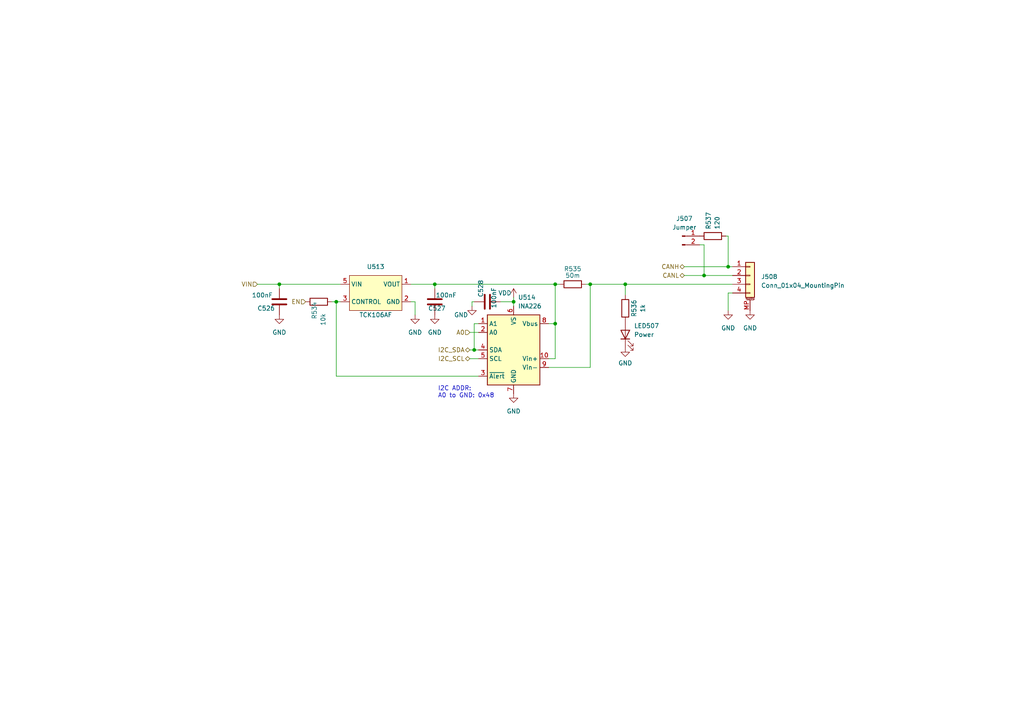
<source format=kicad_sch>
(kicad_sch (version 20231120) (generator "eeschema") (generator_version "8.0")
  (paper "A4")
  (lib_symbols
    (symbol "Connector:Conn_01x02_Pin" (pin_names (offset 1.016) hide)
      (property "Reference" "J" (at 0 2.54 0))
      (property "Value" "Conn_01x02_Pin" (at 0 -5.08 0))
      (symbol "Conn_01x02_Pin_1_1"
        (polyline (pts (xy 1.27 -2.54) (xy 0.8636 -2.54)) (stroke (width 0.1524)))
        (polyline (pts (xy 1.27 0) (xy 0.8636 0)) (stroke (width 0.1524)))
        (rectangle (start 0.8636 -2.413) (end 0 -2.667) (stroke (width 0.1524)) (fill (type outline)))
        (rectangle (start 0.8636 0.127) (end 0 -0.127) (stroke (width 0.1524)) (fill (type outline)))
        (pin passive line (at 5.08 0 180) (length 3.81) (name "Pin_1") (number "1"))
        (pin passive line (at 5.08 -2.54 180) (length 3.81) (name "Pin_2") (number "2"))
      )
    )
    (symbol "Connector_Generic_MountingPin:Conn_01x04_MountingPin" (pin_names (offset 1.016) hide)
      (property "Reference" "J" (at 0 5.08 0))
      (property "Value" "Conn_01x04_MountingPin" (at 1.27 -7.62 0))
      (symbol "Conn_01x04_MountingPin_1_1"
        (rectangle (start -1.27 -4.953) (end 0 -5.207) (stroke (width 0.1524)))
        (rectangle (start -1.27 -2.413) (end 0 -2.667) (stroke (width 0.1524)))
        (rectangle (start -1.27 0.127) (end 0 -0.127) (stroke (width 0.1524)))
        (rectangle (start -1.27 2.667) (end 0 2.413) (stroke (width 0.1524)))
        (rectangle (start -1.27 3.81) (end 1.27 -6.35) (stroke (width 0.254)) (fill (type background)))
        (polyline (pts (xy -1.016 -7.112) (xy 1.016 -7.112)) (stroke (width 0.1524)))
        (text "Mounting" (at 0 -6.731 0) (effects (font (size 0.381 0.381))))
        (pin passive line (at -5.08 2.54 0) (length 3.81) (name "Pin_1") (number "1"))
        (pin passive line (at -5.08 0 0) (length 3.81) (name "Pin_2") (number "2"))
        (pin passive line (at -5.08 -2.54 0) (length 3.81) (name "Pin_3") (number "3"))
        (pin passive line (at -5.08 -5.08 0) (length 3.81) (name "Pin_4") (number "4"))
        (pin passive line (at 0 -10.16 90) (length 3.048) (name "MountPin") (number "MP"))
      )
    )
    (symbol "Device:C" (pin_numbers hide) (pin_names (offset 0.254))
      (property "Reference" "C" (at 0.635 2.54 0))
      (property "Value" "C" (at 0.635 -2.54 0))
      (symbol "C_0_1"
        (polyline (pts (xy -2.032 -0.762) (xy 2.032 -0.762)) (stroke (width 0.508)))
        (polyline (pts (xy -2.032 0.762) (xy 2.032 0.762)) (stroke (width 0.508)))
      )
      (symbol "C_1_1"
        (pin passive line (at 0 3.81 270) (length 2.794) (name "~") (number "1"))
        (pin passive line (at 0 -3.81 90) (length 2.794) (name "~") (number "2"))
      )
    )
    (symbol "Device:LED" (pin_numbers hide) (pin_names (offset 1.016) hide)
      (property "Reference" "D" (at 0 2.54 0))
      (property "Value" "LED" (at 0 -2.54 0))
      (symbol "LED_0_1"
        (polyline (pts (xy -1.27 -1.27) (xy -1.27 1.27)) (stroke (width 0.254)))
        (polyline (pts (xy -1.27 0) (xy 1.27 0)))
        (polyline (pts (xy 1.27 -1.27) (xy 1.27 1.27) (xy -1.27 0) (xy 1.27 -1.27)) (stroke (width 0.254)))
        (polyline (pts (xy -3.048 -0.762) (xy -4.572 -2.286) (xy -3.81 -2.286) (xy -4.572 -2.286) (xy -4.572 -1.524)))
        (polyline (pts (xy -1.778 -0.762) (xy -3.302 -2.286) (xy -2.54 -2.286) (xy -3.302 -2.286) (xy -3.302 -1.524)))
      )
      (symbol "LED_1_1"
        (pin passive line (at -3.81 0 0) (length 2.54) (name "K") (number "1"))
        (pin passive line (at 3.81 0 180) (length 2.54) (name "A") (number "2"))
      )
    )
    (symbol "Device:R" (pin_numbers hide) (pin_names (offset 0))
      (property "Reference" "R" (at 2.032 0 90))
      (property "Value" "R" (at 0 0 90))
      (symbol "R_0_1"
        (rectangle (start -1.016 -2.54) (end 1.016 2.54) (stroke (width 0.254)))
      )
      (symbol "R_1_1"
        (pin passive line (at 0 3.81 270) (length 1.27) (name "~") (number "1"))
        (pin passive line (at 0 -3.81 90) (length 1.27) (name "~") (number "2"))
      )
    )
    (symbol "Sensor_Energy:INA226"
      (property "Reference" "U" (at -6.35 11.43 0))
      (property "Value" "INA226" (at 3.81 11.43 0))
      (symbol "INA226_0_1"
        (rectangle (start 7.62 10.16) (end -7.62 -10.16) (stroke (width 0.254)) (fill (type background)))
      )
      (symbol "INA226_1_1"
        (pin input line (at 10.16 7.62 180) (length 2.54) (name "A1") (number "1"))
        (pin input line (at -10.16 -2.54 0) (length 2.54) (name "Vin+") (number "10"))
        (pin input line (at 10.16 5.08 180) (length 2.54) (name "A0") (number "2"))
        (pin open_collector line (at 10.16 -7.62 180) (length 2.54) (name "~{Alert}") (number "3"))
        (pin bidirectional line (at 10.16 0 180) (length 2.54) (name "SDA") (number "4"))
        (pin input line (at 10.16 -2.54 180) (length 2.54) (name "SCL") (number "5"))
        (pin power_in line (at 0 12.7 270) (length 2.54) (name "VS") (number "6"))
        (pin power_in line (at 0 -12.7 90) (length 2.54) (name "GND") (number "7"))
        (pin input line (at -10.16 7.62 0) (length 2.54) (name "Vbus") (number "8"))
        (pin input line (at -10.16 -5.08 0) (length 2.54) (name "Vin-") (number "9"))
      )
    )
    (symbol "WOBCLibrary:TCK106AF"
      (property "Reference" "U" (at 0 6.35 0))
      (symbol "TCK106AF_1_1"
        (rectangle (start -7.62 5.08) (end 7.62 -5.08) (fill (type background)))
        (pin power_out line (at 10.16 2.54 180) (length 2.54) (name "VOUT") (number "1"))
        (pin power_in line (at 10.16 -2.54 180) (length 2.54) (name "GND") (number "2"))
        (pin input line (at -10.16 -2.54 0) (length 2.54) (name "CONTROL") (number "3"))
        (pin power_in line (at 0 -5.08 180) (length 2.54) hide (name "NC") (number "4"))
        (pin power_in line (at -10.16 2.54 0) (length 2.54) (name "VIN") (number "5"))
      )
    )
    (symbol "power:GND" (power) (pin_names (offset 0))
      (property "Value" "GND" (at 0 -3.81 0))
      (symbol "GND_0_1"
        (polyline (pts (xy 0 0) (xy 0 -1.27) (xy 1.27 -1.27) (xy 0 -2.54) (xy -1.27 -1.27) (xy 0 -1.27)))
      )
      (symbol "GND_1_1"
        (pin power_in line (at 0 0 270) (length 0) hide (name "GND") (number "1"))
      )
    )
    (symbol "power:VDD" (power) (pin_names (offset 0))
      (property "Value" "VDD" (at 0 3.81 0))
      (symbol "VDD_0_1"
        (polyline (pts (xy -0.762 1.27) (xy 0 2.54)))
        (polyline (pts (xy 0 0) (xy 0 2.54)))
        (polyline (pts (xy 0 2.54) (xy 0.762 1.27)))
      )
      (symbol "VDD_1_1"
        (pin power_in line (at 0 0 90) (length 0) hide (name "VDD") (number "1"))
      )
    )
  )
  (junction (at 211.1982 77.365))
  (junction (at 126.1082 82.445))
  (junction (at 97.5332 87.525))
  (junction (at 81.0232 82.445))
  (junction (at 161.0332 93.875))
  (junction (at 137.5382 101.495))
  (junction (at 161.0332 82.445))
  (junction (at 171.1932 82.445))
  (junction (at 148.9682 87.525))
  (junction (at 204.2132 79.905))
  (junction (at 181.3532 82.445))
  (wire (pts (xy 159.1282 104.035) (xy 161.0332 104.035)))
  (wire (pts (xy 161.0332 82.445) (xy 161.0332 93.875)))
  (wire (pts (xy 120.3932 87.525) (xy 119.1232 87.525)))
  (wire (pts (xy 81.0232 82.445) (xy 81.0232 83.715)))
  (wire (pts (xy 136.2682 101.495) (xy 137.5382 101.495)))
  (wire (pts (xy 126.1082 82.445) (xy 126.1082 83.715)))
  (wire (pts (xy 161.0332 82.445) (xy 162.3032 82.445)))
  (wire (pts (xy 137.5382 93.875) (xy 137.5382 101.495)))
  (wire (pts (xy 145.1582 87.525) (xy 148.9682 87.525)))
  (wire (pts (xy 212.4682 84.985) (xy 211.1982 84.985)))
  (wire (pts (xy 120.3932 91.335) (xy 120.3932 87.525)))
  (wire (pts (xy 169.9232 82.445) (xy 171.1932 82.445)))
  (wire (pts (xy 138.8082 109.115) (xy 97.5332 109.115)))
  (wire (pts (xy 148.9682 87.525) (xy 148.9682 88.795)))
  (wire (pts (xy 136.9032 87.525) (xy 137.5382 87.525)))
  (wire (pts (xy 97.5332 87.525) (xy 98.8032 87.525)))
  (wire (pts (xy 148.9682 86.255) (xy 148.9682 87.525)))
  (wire (pts (xy 211.1982 68.475) (xy 211.1982 77.365)))
  (wire (pts (xy 136.2682 96.415) (xy 138.8082 96.415)))
  (wire (pts (xy 96.2632 87.525) (xy 97.5332 87.525)))
  (wire (pts (xy 204.2132 71.015) (xy 204.2132 79.905)))
  (wire (pts (xy 159.1282 106.575) (xy 171.1932 106.575)))
  (wire (pts (xy 136.9032 87.525) (xy 136.9032 88.795)))
  (wire (pts (xy 171.1932 82.445) (xy 171.1932 106.575)))
  (wire (pts (xy 171.1932 82.445) (xy 181.3532 82.445)))
  (wire (pts (xy 81.0232 82.445) (xy 98.8032 82.445)))
  (wire (pts (xy 211.1982 77.365) (xy 212.4682 77.365)))
  (wire (pts (xy 198.4982 79.905) (xy 204.2132 79.905)))
  (wire (pts (xy 126.1082 82.445) (xy 161.0332 82.445)))
  (wire (pts (xy 211.1982 84.985) (xy 211.1982 90.065)))
  (wire (pts (xy 161.0332 93.875) (xy 161.0332 104.035)))
  (wire (pts (xy 204.2132 79.905) (xy 212.4682 79.905)))
  (wire (pts (xy 138.8082 93.875) (xy 137.5382 93.875)))
  (wire (pts (xy 202.9432 71.015) (xy 204.2132 71.015)))
  (wire (pts (xy 74.6732 82.445) (xy 81.0232 82.445)))
  (wire (pts (xy 137.5382 101.495) (xy 138.8082 101.495)))
  (wire (pts (xy 136.2682 104.035) (xy 138.8082 104.035)))
  (wire (pts (xy 210.5632 68.475) (xy 211.1982 68.475)))
  (wire (pts (xy 97.5332 109.115) (xy 97.5332 87.525)))
  (wire (pts (xy 119.1232 82.445) (xy 126.1082 82.445)))
  (wire (pts (xy 181.3532 82.445) (xy 181.3532 85.62)))
  (wire (pts (xy 159.1282 93.875) (xy 161.0332 93.875)))
  (wire (pts (xy 198.4982 77.365) (xy 211.1982 77.365)))
  (wire (pts (xy 181.3532 82.445) (xy 212.4682 82.445)))
  (text "I2C ADDR: \nA0 to GND: 0x48" (at 127 115.57 0) (effects (font (size 1.27 1.27)) (justify left bottom)))
  (hierarchical_label "CANL" (shape bidirectional) (at 198.4982 79.905 180))
  (hierarchical_label "EN" (shape input) (at 88.6432 87.525 180))
  (hierarchical_label "I2C_SDA" (shape bidirectional) (at 136.2682 101.495 180))
  (hierarchical_label "CANH" (shape bidirectional) (at 198.4982 77.365 180))
  (hierarchical_label "A0" (shape input) (at 136.2682 96.415 180))
  (hierarchical_label "VIN" (shape input) (at 74.6732 82.445 180))
  (hierarchical_label "I2C_SCL" (shape bidirectional) (at 136.2682 104.035 180))
  (symbol (lib_id "power:GND") (at 148.9682 114.195 0) (unit 1)
    (property "Reference" "#PWR0580" (effects (hide yes)))
    (property "Value" "GND" (at 148.9682 119.275 0))
    (instances (project "MissionBus" (path "" (reference "#PWR0580") (unit 1))) (project "MissionBus" (path "" (reference "#PWR02706") (unit 1))))
  )
  (symbol (lib_id "Device:R") (at 166.1132 82.445 90) (unit 1)
    (property "Reference" "R535" (at 166.1132 78 90))
    (property "Value" "50m" (at 166.1132 79.905 90))
    (property "Footprint" "Resistor_SMD:R_0805_2012Metric" (effects (hide yes)))
    (property "LCSC" "C247602" (effects (hide yes)))
    (instances (project "MissionBus" (path "" (reference "R535") (unit 1))) (project "MissionBus" (path "" (reference "R2702") (unit 1))))
  )
  (symbol (lib_id "Sensor_Energy:INA226") (at 148.9682 101.495 0) (mirror y) (unit 1)
    (property "Reference" "U514" (at 150.2382 86.255 0) (effects (justify right)))
    (property "Value" "INA226" (at 150.2382 88.795 0) (effects (justify right)))
    (property "Footprint" "Package_SO:VSSOP-10_3x3mm_P0.5mm" (effects (hide yes)))
    (property "Datasheet" "http://www.ti.com/lit/ds/symlink/ina226.pdf" (effects (hide yes)))
    (property "LCSC" "C49851" (effects (hide yes)))
    (instances (project "MissionBus" (path "" (reference "U514") (unit 1))) (project "MissionBus" (path "" (reference "U2702") (unit 1))))
  )
  (symbol (lib_id "power:GND") (at 136.9032 88.795 0) (unit 1)
    (property "Reference" "#PWR0578" (effects (hide yes)))
    (property "Value" "GND" (at 133.7282 91.335 0))
    (instances (project "MissionBus" (path "" (reference "#PWR0578") (unit 1))) (project "MissionBus" (path "" (reference "#PWR02704") (unit 1))))
  )
  (symbol (lib_id "Connector_Generic_MountingPin:Conn_01x04_MountingPin") (at 217.5482 79.905 0) (unit 1)
    (property "Reference" "J508" (at 220.7232 80.2606 0) (effects (justify left)))
    (property "Value" "Conn_01x04_MountingPin" (at 220.7232 82.8006 0) (effects (justify left)))
    (property "Footprint" "WOBCLibrary:Grove_4P_L_SMD" (effects (hide yes)))
    (instances (project "MissionBus" (path "" (reference "J508") (unit 1))) (project "MissionBus" (path "" (reference "J2702") (unit 1))))
  )
  (symbol (lib_id "power:GND") (at 217.5482 90.065 0) (unit 1)
    (property "Reference" "#PWR0583" (effects (hide yes)))
    (property "Value" "GND" (at 217.5482 95.145 0))
    (instances (project "MissionBus" (path "" (reference "#PWR0583") (unit 1))) (project "MissionBus" (path "" (reference "#PWR02709") (unit 1))))
  )
  (symbol (lib_id "Device:R") (at 206.7532 68.475 90) (unit 1)
    (property "Reference" "R537" (at 205.4832 66.57 0) (effects (justify left)))
    (property "Value" "120" (at 208.0232 66.57 0) (effects (justify left)))
    (property "Footprint" "Resistor_SMD:R_0402_1005Metric" (effects (hide yes)))
    (property "LCSC" "C25079" (effects (hide yes)))
    (instances (project "MissionBus" (path "" (reference "R537") (unit 1))) (project "MissionBus" (path "" (reference "R2704") (unit 1))))
  )
  (symbol (lib_id "power:GND") (at 181.3532 100.86 0) (unit 1)
    (property "Reference" "#PWR0581" (effects (hide yes)))
    (property "Value" "GND" (at 181.3532 105.305 0))
    (instances (project "MissionBus" (path "" (reference "#PWR0581") (unit 1))) (project "MissionBus" (path "" (reference "#PWR02707") (unit 1))))
  )
  (symbol (lib_id "Device:R") (at 181.3532 89.43 180) (unit 1)
    (property "Reference" "R536" (at 183.8932 89.43 90))
    (property "Value" "1k" (at 186.4332 89.43 90))
    (property "Footprint" "Resistor_SMD:R_0402_1005Metric" (effects (hide yes)))
    (property "LCSC" "C11702" (effects (hide yes)))
    (instances (project "MissionBus" (path "" (reference "R536") (unit 1))) (project "MissionBus" (path "" (reference "R2703") (unit 1))))
  )
  (symbol (lib_id "Device:C") (at 126.1082 87.525 180) (unit 1)
    (property "Reference" "C527" (at 129.2832 89.43 0) (effects (justify left)))
    (property "Value" "100nF" (at 132.4582 85.62 0) (effects (justify left)))
    (property "Footprint" "Capacitor_SMD:C_0402_1005Metric" (effects (hide yes)))
    (property "LCSC" "C1525" (effects (hide yes)))
    (instances (project "MissionBus" (path "" (reference "C527") (unit 1))) (project "MissionBus" (path "" (reference "C2702") (unit 1))))
  )
  (symbol (lib_id "power:GND") (at 120.3932 91.335 0) (unit 1)
    (property "Reference" "#PWR0576" (effects (hide yes)))
    (property "Value" "GND" (at 120.3932 96.415 0))
    (instances (project "MissionBus" (path "" (reference "#PWR0576") (unit 1))) (project "MissionBus" (path "" (reference "#PWR02702") (unit 1))))
  )
  (symbol (lib_id "power:GND") (at 126.1082 91.335 0) (unit 1)
    (property "Reference" "#PWR0577" (effects (hide yes)))
    (property "Value" "GND" (at 126.1082 96.415 0))
    (instances (project "MissionBus" (path "" (reference "#PWR0577") (unit 1))) (project "MissionBus" (path "" (reference "#PWR02703") (unit 1))))
  )
  (symbol (lib_id "WOBCLibrary:TCK106AF") (at 108.9632 84.985 0) (unit 1)
    (property "Reference" "U513" (at 108.9632 77.365 0))
    (property "Value" "TCK106AF" (at 108.9632 91.335 0))
    (property "Footprint" "WOBCLibrary:WCSPD-4(0.8x0.8)" (effects (hide yes)))
    (property "LCSC" "C146305" (effects (hide yes)))
    (instances (project "MissionBus" (path "" (reference "U513") (unit 1))) (project "MissionBus" (path "" (reference "U2701") (unit 1))))
  )
  (symbol (lib_id "power:GND") (at 81.0232 91.335 0) (unit 1)
    (property "Reference" "#PWR0575" (effects (hide yes)))
    (property "Value" "GND" (at 81.0232 96.415 0))
    (instances (project "MissionBus" (path "" (reference "#PWR0575") (unit 1))) (project "MissionBus" (path "" (reference "#PWR02701") (unit 1))))
  )
  (symbol (lib_id "Device:LED") (at 181.3532 97.05 90) (unit 1)
    (property "Reference" "LED507" (at 183.8932 94.51 90) (effects (justify right)))
    (property "Value" "Power" (at 183.8932 97.05 90) (effects (justify right)))
    (property "Footprint" "LED_SMD:LED_0805_2012Metric" (effects (hide yes)))
    (property "LCSC" "C2297" (effects (hide yes)))
    (instances (project "MissionBus" (path "" (reference "LED507") (unit 1))) (project "MissionBus" (path "" (reference "LED2701") (unit 1))))
  )
  (symbol (lib_id "Connector:Conn_01x02_Pin") (at 197.8632 68.475 0) (unit 1)
    (property "Reference" "J507" (at 198.4982 63.395 0))
    (property "Value" "Jumper" (at 198.4982 65.935 0))
    (property "Footprint" "Connector_PinHeader_1.27mm:PinHeader_1x02_P1.27mm_Vertical" (effects (hide yes)))
    (instances (project "MissionBus" (path "" (reference "J507") (unit 1))) (project "MissionBus" (path "" (reference "J2701") (unit 1))))
  )
  (symbol (lib_id "power:VDD") (at 148.9682 86.255 0) (unit 1)
    (property "Reference" "#PWR0579" (effects (hide yes)))
    (property "Value" "VDD" (at 146.4282 84.985 0))
    (instances (project "MissionBus" (path "" (reference "#PWR0579") (unit 1))) (project "MissionBus" (path "" (reference "#PWR02705") (unit 1))))
  )
  (symbol (lib_id "Device:C") (at 141.3482 87.525 90) (unit 1)
    (property "Reference" "C528" (at 139.4432 86.255 0) (effects (justify left)))
    (property "Value" "100nF" (at 143.2532 89.43 0) (effects (justify left)))
    (property "Footprint" "Capacitor_SMD:C_0402_1005Metric" (effects (hide yes)))
    (property "LCSC" "C1525" (effects (hide yes)))
    (instances (project "MissionBus" (path "" (reference "C528") (unit 1))) (project "MissionBus" (path "" (reference "C2703") (unit 1))))
  )
  (symbol (lib_id "Device:R") (at 92.4532 87.525 90) (unit 1)
    (property "Reference" "R534" (at 91.1832 92.605 0) (effects (justify left)))
    (property "Value" "10k" (at 93.7232 94.51 0) (effects (justify left)))
    (property "Footprint" "Resistor_SMD:R_0402_1005Metric" (effects (hide yes)))
    (property "LCSC" "C25744" (effects (hide yes)))
    (instances (project "MissionBus" (path "" (reference "R534") (unit 1))) (project "MissionBus" (path "" (reference "R2701") (unit 1))))
  )
  (symbol (lib_id "Device:C") (at 81.0232 87.525 180) (unit 1)
    (property "Reference" "C526" (at 79.7532 89.43 0) (effects (justify left)))
    (property "Value" "100nF" (at 79.1182 85.62 0) (effects (justify left)))
    (property "Footprint" "Capacitor_SMD:C_0402_1005Metric" (effects (hide yes)))
    (property "LCSC" "C1525" (effects (hide yes)))
    (instances (project "MissionBus" (path "" (reference "C526") (unit 1))) (project "MissionBus" (path "" (reference "C2701") (unit 1))))
  )
  (symbol (lib_id "power:GND") (at 211.1982 90.065 0) (unit 1)
    (property "Reference" "#PWR0582" (effects (hide yes)))
    (property "Value" "GND" (at 211.1982 95.145 0))
    (instances (project "MissionBus" (path "" (reference "#PWR0582") (unit 1))) (project "MissionBus" (path "" (reference "#PWR02708") (unit 1))))
  )
)
</source>
